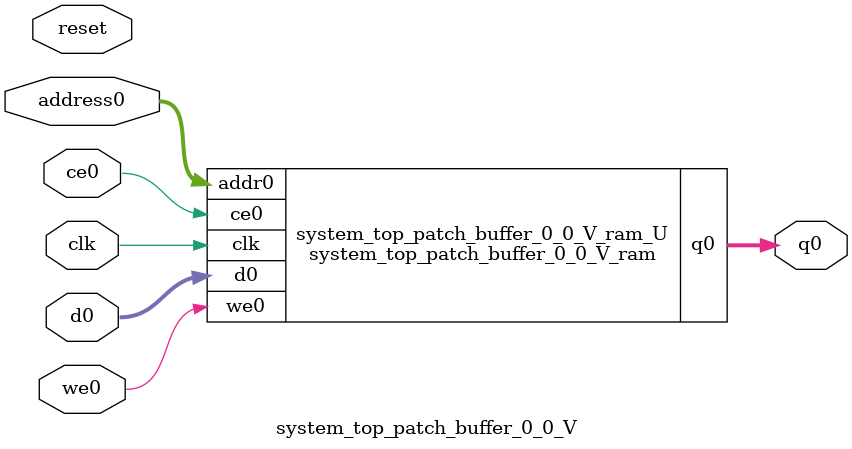
<source format=v>
`timescale 1 ns / 1 ps
module system_top_patch_buffer_0_0_V_ram (addr0, ce0, d0, we0, q0,  clk);

parameter DWIDTH = 96;
parameter AWIDTH = 2;
parameter MEM_SIZE = 3;

input[AWIDTH-1:0] addr0;
input ce0;
input[DWIDTH-1:0] d0;
input we0;
output reg[DWIDTH-1:0] q0;
input clk;

reg [DWIDTH-1:0] ram[0:MEM_SIZE-1];




always @(posedge clk)  
begin 
    if (ce0) begin
        if (we0) 
            ram[addr0] <= d0; 
        q0 <= ram[addr0];
    end
end


endmodule

`timescale 1 ns / 1 ps
module system_top_patch_buffer_0_0_V(
    reset,
    clk,
    address0,
    ce0,
    we0,
    d0,
    q0);

parameter DataWidth = 32'd96;
parameter AddressRange = 32'd3;
parameter AddressWidth = 32'd2;
input reset;
input clk;
input[AddressWidth - 1:0] address0;
input ce0;
input we0;
input[DataWidth - 1:0] d0;
output[DataWidth - 1:0] q0;



system_top_patch_buffer_0_0_V_ram system_top_patch_buffer_0_0_V_ram_U(
    .clk( clk ),
    .addr0( address0 ),
    .ce0( ce0 ),
    .we0( we0 ),
    .d0( d0 ),
    .q0( q0 ));

endmodule


</source>
